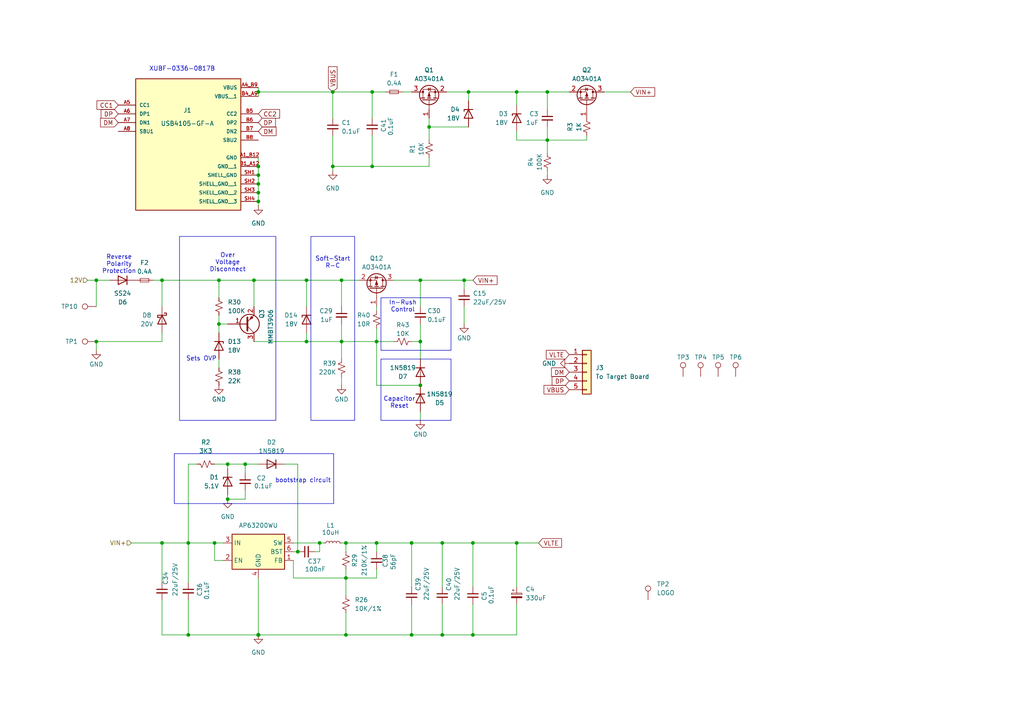
<source format=kicad_sch>
(kicad_sch (version 20231120) (generator "eeschema") (generator_version "8.0")
  (paper "A4")
  (lib_symbols
    (symbol "Connector:TestPoint" (pin_numbers hide) (pin_names (offset 0.762) hide)
      (property "Reference" "TP" (at 0 6.858 0))
      (property "Value" "TestPoint" (at 0 5.08 0))
      (symbol "TestPoint_0_1"
        (circle (center 0 3.302) (radius 0.762))
      )
      (symbol "TestPoint_1_1"
        (pin passive line (at 0 0 90) (length 2.54) (name "1") (number "1"))
      )
    )
    (symbol "Connector_Generic:Conn_01x05" (pin_names (offset 1.016) hide)
      (property "Reference" "J" (at 0 7.62 0))
      (property "Value" "Conn_01x05" (at 0 -7.62 0))
      (symbol "Conn_01x05_1_1"
        (rectangle (start -1.27 -4.953) (end 0 -5.207) (stroke (width 0.1524)))
        (rectangle (start -1.27 -2.413) (end 0 -2.667) (stroke (width 0.1524)))
        (rectangle (start -1.27 0.127) (end 0 -0.127) (stroke (width 0.1524)))
        (rectangle (start -1.27 2.667) (end 0 2.413) (stroke (width 0.1524)))
        (rectangle (start -1.27 5.207) (end 0 4.953) (stroke (width 0.1524)))
        (rectangle (start -1.27 6.35) (end 1.27 -6.35) (stroke (width 0.254)) (fill (type background)))
        (pin passive line (at -5.08 5.08 0) (length 3.81) (name "Pin_1") (number "1"))
        (pin passive line (at -5.08 2.54 0) (length 3.81) (name "Pin_2") (number "2"))
        (pin passive line (at -5.08 0 0) (length 3.81) (name "Pin_3") (number "3"))
        (pin passive line (at -5.08 -2.54 0) (length 3.81) (name "Pin_4") (number "4"))
        (pin passive line (at -5.08 -5.08 0) (length 3.81) (name "Pin_5") (number "5"))
      )
    )
    (symbol "Device:C_Polarized_Small" (pin_numbers hide) (pin_names (offset 0.254) hide)
      (property "Reference" "C" (at 0.254 1.778 0))
      (property "Value" "C_Polarized_Small" (at 0.254 -2.032 0))
      (symbol "C_Polarized_Small_0_1"
        (rectangle (start -1.524 -0.3048) (end 1.524 -0.6858) (fill (type outline)))
        (rectangle (start -1.524 0.6858) (end 1.524 0.3048))
        (polyline (pts (xy -1.27 1.524) (xy -0.762 1.524)))
        (polyline (pts (xy -1.016 1.27) (xy -1.016 1.778)))
      )
      (symbol "C_Polarized_Small_1_1"
        (pin passive line (at 0 2.54 270) (length 1.8542) (name "~") (number "1"))
        (pin passive line (at 0 -2.54 90) (length 1.8542) (name "~") (number "2"))
      )
    )
    (symbol "Device:C_Small" (pin_numbers hide) (pin_names (offset 0.254) hide)
      (property "Reference" "C" (at 0.254 1.778 0))
      (property "Value" "C_Small" (at 0.254 -2.032 0))
      (symbol "C_Small_0_1"
        (polyline (pts (xy -1.524 -0.508) (xy 1.524 -0.508)) (stroke (width 0.3302)))
        (polyline (pts (xy -1.524 0.508) (xy 1.524 0.508)) (stroke (width 0.3048)))
      )
      (symbol "C_Small_1_1"
        (pin passive line (at 0 2.54 270) (length 2.032) (name "~") (number "1"))
        (pin passive line (at 0 -2.54 90) (length 2.032) (name "~") (number "2"))
      )
    )
    (symbol "Device:D" (pin_numbers hide) (pin_names (offset 1.016) hide)
      (property "Reference" "D" (at 0 2.54 0))
      (property "Value" "D" (at 0 -2.54 0))
      (symbol "D_0_1"
        (polyline (pts (xy -1.27 1.27) (xy -1.27 -1.27)) (stroke (width 0.254)))
        (polyline (pts (xy 1.27 0) (xy -1.27 0)))
        (polyline (pts (xy 1.27 1.27) (xy 1.27 -1.27) (xy -1.27 0) (xy 1.27 1.27)) (stroke (width 0.254)))
      )
      (symbol "D_1_1"
        (pin passive line (at -3.81 0 0) (length 2.54) (name "K") (number "1"))
        (pin passive line (at 3.81 0 180) (length 2.54) (name "A") (number "2"))
      )
    )
    (symbol "Device:Fuse_Small" (pin_numbers hide) (pin_names (offset 0.254) hide)
      (property "Reference" "F" (at 0 -1.524 0))
      (property "Value" "Fuse_Small" (at 0 1.524 0))
      (symbol "Fuse_Small_0_1"
        (rectangle (start -1.27 0.508) (end 1.27 -0.508))
        (polyline (pts (xy -1.27 0) (xy 1.27 0)))
      )
      (symbol "Fuse_Small_1_1"
        (pin passive line (at -2.54 0 0) (length 1.27) (name "~") (number "1"))
        (pin passive line (at 2.54 0 180) (length 1.27) (name "~") (number "2"))
      )
    )
    (symbol "Device:L_Small" (pin_numbers hide) (pin_names (offset 0.254) hide)
      (property "Reference" "L" (at 0.762 1.016 0))
      (property "Value" "L_Small" (at 0.762 -1.016 0))
      (symbol "L_Small_0_1"
        (arc (start 0 -1.016) (mid -0.5058 -1.524) (end 0 -2.032))
        (arc (start 0 0) (mid -0.5058 -0.508) (end 0 -1.016))
        (arc (start 0 1.016) (mid -0.5058 0.508) (end 0 0))
        (arc (start 0 2.032) (mid -0.5058 1.524) (end 0 1.016))
      )
      (symbol "L_Small_1_1"
        (pin passive line (at 0 2.54 270) (length 0.508) (name "~") (number "1"))
        (pin passive line (at 0 -2.54 90) (length 0.508) (name "~") (number "2"))
      )
    )
    (symbol "Device:R_Small_US" (pin_numbers hide) (pin_names (offset 0.254) hide)
      (property "Reference" "R" (at 0.762 0.508 0))
      (property "Value" "R_Small_US" (at 0.762 -1.016 0))
      (symbol "R_Small_US_1_1"
        (polyline (pts (xy 0 0) (xy 1.016 -0.381) (xy 0 -0.762) (xy -1.016 -1.143) (xy 0 -1.524)))
        (polyline (pts (xy 0 1.524) (xy 1.016 1.143) (xy 0 0.762) (xy -1.016 0.381) (xy 0 0)))
        (pin passive line (at 0 2.54 270) (length 1.016) (name "~") (number "1"))
        (pin passive line (at 0 -2.54 90) (length 1.016) (name "~") (number "2"))
      )
    )
    (symbol "Diode:1N6858" (pin_numbers hide) (pin_names (offset 1.016) hide)
      (property "Reference" "D" (at 0 2.54 0))
      (property "Value" "1N6858" (at 0 -2.54 0))
      (symbol "1N6858_0_1"
        (polyline (pts (xy 1.27 0) (xy -1.27 0)))
        (polyline (pts (xy 1.27 1.27) (xy 1.27 -1.27) (xy -1.27 0) (xy 1.27 1.27)) (stroke (width 0.254)))
        (polyline (pts (xy -1.905 0.635) (xy -1.905 1.27) (xy -1.27 1.27) (xy -1.27 -1.27) (xy -0.635 -1.27) (xy -0.635 -0.635)) (stroke (width 0.254)))
      )
      (symbol "1N6858_1_1"
        (pin passive line (at -3.81 0 0) (length 2.54) (name "K") (number "1"))
        (pin passive line (at 3.81 0 180) (length 2.54) (name "A") (number "2"))
      )
    )
    (symbol "Diode:BZV55C18" (pin_numbers hide) (pin_names hide)
      (property "Reference" "D" (at 0 2.54 0))
      (property "Value" "BZV55C18" (at 0 -2.54 0))
      (symbol "BZV55C18_0_1"
        (polyline (pts (xy 1.27 0) (xy -1.27 0)))
        (polyline (pts (xy -1.27 -1.27) (xy -1.27 1.27) (xy -0.762 1.27)) (stroke (width 0.254)))
        (polyline (pts (xy 1.27 -1.27) (xy 1.27 1.27) (xy -1.27 0) (xy 1.27 -1.27)) (stroke (width 0.254)))
      )
      (symbol "BZV55C18_1_1"
        (pin passive line (at -3.81 0 0) (length 2.54) (name "K") (number "1"))
        (pin passive line (at 3.81 0 180) (length 2.54) (name "A") (number "2"))
      )
    )
    (symbol "Diode:US1M" (pin_numbers hide) (pin_names hide)
      (property "Reference" "D" (at 0 2.54 0))
      (property "Value" "US1M" (at 0 -2.54 0))
      (symbol "US1M_0_1"
        (polyline (pts (xy -1.27 1.27) (xy -1.27 -1.27)) (stroke (width 0.254)))
        (polyline (pts (xy 1.27 0) (xy -1.27 0)))
        (polyline (pts (xy 1.27 1.27) (xy 1.27 -1.27) (xy -1.27 0) (xy 1.27 1.27)) (stroke (width 0.254)))
      )
      (symbol "US1M_1_1"
        (pin passive line (at -3.81 0 0) (length 2.54) (name "K") (number "1"))
        (pin passive line (at 3.81 0 180) (length 2.54) (name "A") (number "2"))
      )
    )
    (symbol "Regulator_Switching:AP63200WU"
      (property "Reference" "U" (at -7.62 6.35 0))
      (property "Value" "AP63200WU" (at 2.54 6.35 0))
      (symbol "AP63200WU_0_1"
        (rectangle (start -7.62 5.08) (end 7.62 -5.08) (stroke (width 0.254)) (fill (type background)))
      )
      (symbol "AP63200WU_1_1"
        (pin input line (at 10.16 -2.54 180) (length 2.54) (name "FB") (number "1"))
        (pin input line (at -10.16 -2.54 0) (length 2.54) (name "EN") (number "2"))
        (pin power_in line (at -10.16 2.54 0) (length 2.54) (name "IN") (number "3"))
        (pin power_in line (at 0 -7.62 90) (length 2.54) (name "GND") (number "4"))
        (pin output line (at 10.16 2.54 180) (length 2.54) (name "SW") (number "5"))
        (pin passive line (at 10.16 0 180) (length 2.54) (name "BST") (number "6"))
      )
    )
    (symbol "Transistor_BJT:MMBT3906" (pin_names (offset 0) hide)
      (property "Reference" "Q" (at 5.08 1.905 0))
      (property "Value" "MMBT3906" (at 5.08 0 0))
      (symbol "MMBT3906_0_1"
        (polyline (pts (xy 0.635 0.635) (xy 2.54 2.54)))
        (polyline (pts (xy 0.635 -0.635) (xy 2.54 -2.54) (xy 2.54 -2.54)))
        (polyline (pts (xy 0.635 1.905) (xy 0.635 -1.905) (xy 0.635 -1.905)) (stroke (width 0.508)))
        (polyline (pts (xy 2.286 -1.778) (xy 1.778 -2.286) (xy 1.27 -1.27) (xy 2.286 -1.778) (xy 2.286 -1.778)) (fill (type outline)))
        (circle (center 1.27 0) (radius 2.8194) (stroke (width 0.254)))
      )
      (symbol "MMBT3906_1_1"
        (pin input line (at -5.08 0 0) (length 5.715) (name "B") (number "1"))
        (pin passive line (at 2.54 -5.08 90) (length 2.54) (name "E") (number "2"))
        (pin passive line (at 2.54 5.08 270) (length 2.54) (name "C") (number "3"))
      )
    )
    (symbol "Transistor_FET:AO3401A" (pin_names hide)
      (property "Reference" "Q" (at 5.08 1.905 0))
      (property "Value" "AO3401A" (at 5.08 0 0))
      (symbol "AO3401A_0_1"
        (polyline (pts (xy 0.254 0) (xy -2.54 0)))
        (polyline (pts (xy 0.254 1.905) (xy 0.254 -1.905)) (stroke (width 0.254)))
        (polyline (pts (xy 0.762 -1.27) (xy 0.762 -2.286)) (stroke (width 0.254)))
        (polyline (pts (xy 0.762 0.508) (xy 0.762 -0.508)) (stroke (width 0.254)))
        (polyline (pts (xy 0.762 2.286) (xy 0.762 1.27)) (stroke (width 0.254)))
        (polyline (pts (xy 2.54 2.54) (xy 2.54 1.778)))
        (polyline (pts (xy 2.54 -2.54) (xy 2.54 0) (xy 0.762 0)))
        (polyline (pts (xy 0.762 1.778) (xy 3.302 1.778) (xy 3.302 -1.778) (xy 0.762 -1.778)))
        (polyline (pts (xy 2.286 0) (xy 1.27 0.381) (xy 1.27 -0.381) (xy 2.286 0)) (fill (type outline)))
        (polyline (pts (xy 2.794 -0.508) (xy 2.921 -0.381) (xy 3.683 -0.381) (xy 3.81 -0.254)))
        (polyline (pts (xy 3.302 -0.381) (xy 2.921 0.254) (xy 3.683 0.254) (xy 3.302 -0.381)))
        (circle (center 1.651 0) (radius 2.794) (stroke (width 0.254)))
        (circle (center 2.54 -1.778) (radius 0.254) (fill (type outline)))
        (circle (center 2.54 1.778) (radius 0.254) (fill (type outline)))
      )
      (symbol "AO3401A_1_1"
        (pin input line (at -5.08 0 0) (length 2.54) (name "G") (number "1"))
        (pin passive line (at 2.54 -5.08 90) (length 2.54) (name "S") (number "2"))
        (pin passive line (at 2.54 5.08 270) (length 2.54) (name "D") (number "3"))
      )
    )
    (symbol "USB4105-GF-A:USB4105-GF-A" (pin_names (offset 1.016))
      (property "Reference" "J" (at -15.24 13.97 0))
      (property "Value" "USB4105-GF-A" (at -15.24 -27.94 0))
      (symbol "USB4105-GF-A_0_0"
        (rectangle (start -15.24 -25.4) (end 15.24 12.7) (stroke (width 0.254)) (fill (type background)))
        (pin power_in line (at 20.32 -10.16 180) (length 5.08) (name "GND") (number "A1_B12"))
        (pin power_in line (at 20.32 10.16 180) (length 5.08) (name "VBUS") (number "A4_B9"))
        (pin bidirectional line (at -20.32 5.08 0) (length 5.08) (name "CC1") (number "A5"))
        (pin bidirectional line (at -20.32 2.54 0) (length 5.08) (name "DP1") (number "A6"))
        (pin bidirectional line (at -20.32 0 0) (length 5.08) (name "DN1") (number "A7"))
        (pin bidirectional line (at -20.32 -2.54 0) (length 5.08) (name "SBU1") (number "A8"))
        (pin power_in line (at 20.32 -12.7 180) (length 5.08) (name "GND__1") (number "B1_A12"))
        (pin power_in line (at 20.32 7.62 180) (length 5.08) (name "VBUS__1") (number "B4_A9"))
        (pin bidirectional line (at 20.32 2.54 180) (length 5.08) (name "CC2") (number "B5"))
        (pin bidirectional line (at 20.32 0 180) (length 5.08) (name "DP2") (number "B6"))
        (pin bidirectional line (at 20.32 -2.54 180) (length 5.08) (name "DN2") (number "B7"))
        (pin bidirectional line (at 20.32 -5.08 180) (length 5.08) (name "SBU2") (number "B8"))
        (pin power_in line (at 20.32 -15.24 180) (length 5.08) (name "SHELL_GND") (number "SH1"))
        (pin power_in line (at 20.32 -17.78 180) (length 5.08) (name "SHELL_GND__1") (number "SH2"))
        (pin power_in line (at 20.32 -20.32 180) (length 5.08) (name "SHELL_GND__2") (number "SH3"))
        (pin power_in line (at 20.32 -22.86 180) (length 5.08) (name "SHELL_GND__3") (number "SH4"))
      )
    )
    (symbol "power:GND" (power) (pin_numbers hide) (pin_names (offset 0) hide)
      (property "Value" "GND" (at 0 -3.81 0))
      (symbol "GND_0_1"
        (polyline (pts (xy 0 0) (xy 0 -1.27) (xy 1.27 -1.27) (xy 0 -2.54) (xy -1.27 -1.27) (xy 0 -1.27)))
      )
      (symbol "GND_1_1"
        (pin power_in line (at 0 0 270) (length 0) (name "~") (number "1"))
      )
    )
  )
  (junction (at 121.92 111.76))
  (junction (at 99.06 81.28))
  (junction (at 119.38 157.48))
  (junction (at 96.52 48.26))
  (junction (at 71.12 134.62))
  (junction (at 74.93 50.8))
  (junction (at 54.61 184.15))
  (junction (at 121.92 99.06))
  (junction (at 137.16 184.15))
  (junction (at 86.36 160.02))
  (junction (at 27.94 81.28))
  (junction (at 109.22 99.06))
  (junction (at 74.93 26.67))
  (junction (at 74.93 55.88))
  (junction (at 46.99 157.48))
  (junction (at 96.52 26.67))
  (junction (at 149.86 26.67))
  (junction (at 74.93 58.42))
  (junction (at 100.33 184.15))
  (junction (at 121.92 81.28))
  (junction (at 73.66 81.28))
  (junction (at 63.5 93.98))
  (junction (at 128.27 157.48))
  (junction (at 54.61 157.48))
  (junction (at 158.75 40.64))
  (junction (at 124.46 36.83))
  (junction (at 74.93 184.15) (diameter 1.016))
  (junction (at 88.9 81.28))
  (junction (at 100.33 157.48))
  (junction (at 66.04 144.78))
  (junction (at 88.9 99.06))
  (junction (at 158.75 26.67))
  (junction (at 74.93 48.26))
  (junction (at 27.94 99.06))
  (junction (at 149.86 157.48))
  (junction (at 99.06 99.06))
  (junction (at 137.16 157.48))
  (junction (at 66.04 134.62))
  (junction (at 92.71 157.48))
  (junction (at 135.89 26.67))
  (junction (at 62.23 157.48))
  (junction (at 109.22 157.48))
  (junction (at 100.33 167.64))
  (junction (at 119.38 184.15))
  (junction (at 46.99 81.28))
  (junction (at 134.62 81.28))
  (junction (at 107.95 48.26))
  (junction (at 63.5 81.28))
  (junction (at 74.93 53.34))
  (junction (at 107.95 26.67))
  (junction (at 128.27 184.15))
  (wire (pts (xy 109.22 157.48) (xy 109.22 160.02)))
  (wire (pts (xy 71.12 142.24) (xy 71.12 144.78)))
  (wire (pts (xy 71.12 134.62) (xy 66.04 134.62)))
  (wire (pts (xy 135.89 26.67) (xy 135.89 29.21)))
  (wire (pts (xy 91.44 160.02) (xy 92.71 160.02)))
  (wire (pts (xy 54.61 157.48) (xy 62.23 157.48)))
  (wire (pts (xy 44.45 81.28) (xy 46.99 81.28)))
  (wire (pts (xy 46.99 81.28) (xy 63.5 81.28)))
  (wire (pts (xy 71.12 134.62) (xy 71.12 137.16)))
  (wire (pts (xy 74.93 134.62) (xy 71.12 134.62)))
  (wire (pts (xy 74.93 26.67) (xy 96.52 26.67)))
  (wire (pts (xy 74.93 55.88) (xy 74.93 58.42)))
  (wire (pts (xy 134.62 88.9) (xy 134.62 93.98)))
  (wire (pts (xy 119.38 170.18) (xy 119.38 157.48)))
  (wire (pts (xy 121.92 99.06) (xy 119.38 99.06)))
  (wire (pts (xy 119.38 175.26) (xy 119.38 184.15)))
  (wire (pts (xy 74.93 25.4) (xy 74.93 26.67)))
  (wire (pts (xy 149.86 175.26) (xy 149.86 184.15)))
  (wire (pts (xy 124.46 36.83) (xy 124.46 40.64)))
  (wire (pts (xy 107.95 48.26) (xy 96.52 48.26)))
  (wire (pts (xy 86.36 134.62) (xy 82.55 134.62)))
  (wire (pts (xy 54.61 134.62) (xy 54.61 157.48)))
  (wire (pts (xy 149.86 184.15) (xy 137.16 184.15)))
  (wire (pts (xy 158.75 40.64) (xy 170.18 40.64)))
  (wire (pts (xy 74.93 45.72) (xy 74.93 48.26)))
  (wire (pts (xy 88.9 96.52) (xy 88.9 99.06)))
  (wire (pts (xy 96.52 48.26) (xy 96.52 49.53)))
  (wire (pts (xy 149.86 26.67) (xy 149.86 30.48)))
  (wire (pts (xy 158.75 26.67) (xy 158.75 31.75)))
  (wire (pts (xy 54.61 157.48) (xy 54.61 168.91)))
  (wire (pts (xy 27.94 99.06) (xy 27.94 101.6)))
  (wire (pts (xy 121.92 88.9) (xy 121.92 81.28)))
  (wire (pts (xy 73.66 81.28) (xy 63.5 81.28)))
  (wire (pts (xy 100.33 167.64) (xy 109.22 167.64)))
  (wire (pts (xy 107.95 26.67) (xy 111.76 26.67)))
  (wire (pts (xy 100.33 177.8) (xy 100.33 184.15)))
  (wire (pts (xy 62.23 162.56) (xy 62.23 157.48)))
  (wire (pts (xy 46.99 173.99) (xy 46.99 184.15)))
  (wire (pts (xy 109.22 111.76) (xy 109.22 99.06)))
  (wire (pts (xy 158.75 36.83) (xy 158.75 40.64)))
  (wire (pts (xy 128.27 175.26) (xy 128.27 184.15)))
  (wire (pts (xy 137.16 157.48) (xy 149.86 157.48)))
  (wire (pts (xy 74.93 58.42) (xy 74.93 59.69)))
  (wire (pts (xy 99.06 99.06) (xy 109.22 99.06)))
  (wire (pts (xy 85.09 162.56) (xy 85.09 167.64)))
  (wire (pts (xy 25.4 81.28) (xy 27.94 81.28)))
  (wire (pts (xy 86.36 134.62) (xy 86.36 160.02)))
  (wire (pts (xy 149.86 157.48) (xy 156.21 157.48)))
  (wire (pts (xy 88.9 81.28) (xy 99.06 81.28)))
  (wire (pts (xy 46.99 157.48) (xy 46.99 168.91)))
  (wire (pts (xy 63.5 91.44) (xy 63.5 93.98)))
  (wire (pts (xy 135.89 26.67) (xy 129.54 26.67)))
  (wire (pts (xy 88.9 88.9) (xy 88.9 81.28)))
  (wire (pts (xy 135.89 36.83) (xy 124.46 36.83)))
  (wire (pts (xy 74.93 26.67) (xy 74.93 27.94)))
  (wire (pts (xy 137.16 157.48) (xy 137.16 170.18)))
  (wire (pts (xy 85.09 157.48) (xy 92.71 157.48)))
  (wire (pts (xy 121.92 99.06) (xy 121.92 104.14)))
  (wire (pts (xy 124.46 34.29) (xy 124.46 36.83)))
  (wire (pts (xy 64.77 162.56) (xy 62.23 162.56)))
  (wire (pts (xy 149.86 170.18) (xy 149.86 157.48)))
  (wire (pts (xy 109.22 95.25) (xy 109.22 99.06)))
  (wire (pts (xy 107.95 39.37) (xy 107.95 48.26)))
  (wire (pts (xy 128.27 157.48) (xy 128.27 170.18)))
  (wire (pts (xy 121.92 119.38) (xy 121.92 121.92)))
  (wire (pts (xy 99.06 99.06) (xy 99.06 104.14)))
  (wire (pts (xy 73.66 99.06) (xy 88.9 99.06)))
  (wire (pts (xy 100.33 184.15) (xy 119.38 184.15)))
  (wire (pts (xy 63.5 81.28) (xy 63.5 86.36)))
  (wire (pts (xy 109.22 157.48) (xy 119.38 157.48)))
  (wire (pts (xy 99.06 93.98) (xy 99.06 99.06)))
  (wire (pts (xy 46.99 81.28) (xy 46.99 88.9)))
  (wire (pts (xy 100.33 157.48) (xy 109.22 157.48)))
  (wire (pts (xy 99.06 109.22) (xy 99.06 111.76)))
  (wire (pts (xy 100.33 172.72) (xy 100.33 167.64)))
  (wire (pts (xy 27.94 81.28) (xy 31.75 81.28)))
  (wire (pts (xy 74.93 53.34) (xy 74.93 55.88)))
  (wire (pts (xy 63.5 93.98) (xy 63.5 96.52)))
  (wire (pts (xy 149.86 40.64) (xy 158.75 40.64)))
  (wire (pts (xy 73.66 81.28) (xy 88.9 81.28)))
  (wire (pts (xy 100.33 167.64) (xy 100.33 165.1)))
  (wire (pts (xy 46.99 157.48) (xy 54.61 157.48)))
  (wire (pts (xy 54.61 184.15) (xy 74.93 184.15)))
  (wire (pts (xy 71.12 144.78) (xy 66.04 144.78)))
  (wire (pts (xy 96.52 26.67) (xy 96.52 34.29)))
  (wire (pts (xy 46.99 99.06) (xy 27.94 99.06)))
  (wire (pts (xy 149.86 26.67) (xy 135.89 26.67)))
  (wire (pts (xy 62.23 157.48) (xy 64.77 157.48)))
  (wire (pts (xy 74.93 167.64) (xy 74.93 184.15)))
  (wire (pts (xy 109.22 90.17) (xy 109.22 88.9)))
  (wire (pts (xy 96.52 26.67) (xy 107.95 26.67)))
  (wire (pts (xy 134.62 81.28) (xy 137.16 81.28)))
  (wire (pts (xy 38.1 157.48) (xy 46.99 157.48)))
  (wire (pts (xy 137.16 184.15) (xy 128.27 184.15)))
  (wire (pts (xy 74.93 50.8) (xy 74.93 53.34)))
  (wire (pts (xy 109.22 111.76) (xy 121.92 111.76)))
  (wire (pts (xy 158.75 40.64) (xy 158.75 44.45)))
  (wire (pts (xy 149.86 38.1) (xy 149.86 40.64)))
  (wire (pts (xy 57.15 134.62) (xy 54.61 134.62)))
  (wire (pts (xy 137.16 175.26) (xy 137.16 184.15)))
  (wire (pts (xy 124.46 45.72) (xy 124.46 48.26)))
  (wire (pts (xy 121.92 93.98) (xy 121.92 99.06)))
  (wire (pts (xy 119.38 184.15) (xy 128.27 184.15)))
  (wire (pts (xy 100.33 167.64) (xy 85.09 167.64)))
  (wire (pts (xy 137.16 157.48) (xy 128.27 157.48)))
  (wire (pts (xy 74.93 184.15) (xy 100.33 184.15)))
  (wire (pts (xy 73.66 88.9) (xy 73.66 81.28)))
  (wire (pts (xy 121.92 81.28) (xy 134.62 81.28)))
  (wire (pts (xy 158.75 26.67) (xy 149.86 26.67)))
  (wire (pts (xy 88.9 99.06) (xy 99.06 99.06)))
  (wire (pts (xy 119.38 157.48) (xy 128.27 157.48)))
  (wire (pts (xy 99.06 81.28) (xy 104.14 81.28)))
  (wire (pts (xy 74.93 48.26) (xy 74.93 50.8)))
  (wire (pts (xy 27.94 81.28) (xy 27.94 88.9)))
  (wire (pts (xy 182.88 26.67) (xy 175.26 26.67)))
  (wire (pts (xy 107.95 26.67) (xy 107.95 34.29)))
  (wire (pts (xy 99.06 81.28) (xy 99.06 88.9)))
  (wire (pts (xy 100.33 160.02) (xy 100.33 157.48)))
  (wire (pts (xy 134.62 81.28) (xy 134.62 83.82)))
  (wire (pts (xy 54.61 173.99) (xy 54.61 184.15)))
  (wire (pts (xy 92.71 157.48) (xy 92.71 160.02)))
  (wire (pts (xy 92.71 157.48) (xy 93.98 157.48)))
  (wire (pts (xy 46.99 184.15) (xy 54.61 184.15)))
  (wire (pts (xy 63.5 104.14) (xy 63.5 106.68)))
  (wire (pts (xy 96.52 39.37) (xy 96.52 48.26)))
  (wire (pts (xy 66.04 134.62) (xy 66.04 135.89)))
  (wire (pts (xy 46.99 96.52) (xy 46.99 99.06)))
  (wire (pts (xy 114.3 81.28) (xy 121.92 81.28)))
  (wire (pts (xy 165.1 26.67) (xy 158.75 26.67)))
  (wire (pts (xy 170.18 39.37) (xy 170.18 40.64)))
  (wire (pts (xy 99.06 157.48) (xy 100.33 157.48)))
  (wire (pts (xy 66.04 134.62) (xy 62.23 134.62)))
  (wire (pts (xy 109.22 99.06) (xy 114.3 99.06)))
  (wire (pts (xy 116.84 26.67) (xy 119.38 26.67)))
  (wire (pts (xy 124.46 48.26) (xy 107.95 48.26)))
  (wire (pts (xy 66.04 143.51) (xy 66.04 144.78)))
  (wire (pts (xy 109.22 165.1) (xy 109.22 167.64)))
  (wire (pts (xy 85.09 160.02) (xy 86.36 160.02)))
  (wire (pts (xy 158.75 49.53) (xy 158.75 50.8)))
  (wire (pts (xy 63.5 93.98) (xy 66.04 93.98)))
  (rectangle (start 110.49 104.14) (end 130.81 121.92))
  (rectangle (start 50.546 131.572) (end 96.774 146.05))
  (rectangle (start 110.49 86.36) (end 130.81 101.6))
  (rectangle (start 90.17 68.58) (end 102.87 121.92))
  (rectangle (start 52.07 68.58) (end 80.01 121.92))
  (text "Sets OVP" (at 58.42 104.14 0) (effects (font (size 1.27 1.27))))
  (text "Capacitor\nReset" (at 115.824 116.84 0) (effects (font (size 1.27 1.27))))
  (text "Soft-Start\nR-C" (at 96.52 76.2 0) (effects (font (size 1.27 1.27))))
  (text "bootstrap circuit" (at 87.884 139.446 0) (effects (font (size 1.27 1.27))))
  (text "Reverse\nPolarity\nProtection" (at 34.544 76.708 0) (effects (font (size 1.27 1.27))))
  (text "XUBF-0336-0817B" (at 52.832 20.066 0) (effects (font (size 1.27 1.27))))
  (text "Over\nVoltage\nDisconnect" (at 66.04 76.2 0) (effects (font (size 1.27 1.27))))
  (text "In-Rush\nControl" (at 116.84 88.9 0) (effects (font (size 1.27 1.27))))
  (global_label "CC1" (shape input) (at 34.29 30.48 180) (property "Intersheetrefs" "${INTERSHEET_REFS}" (effects (hide yes))))
  (global_label "VIN+" (shape input) (at 137.16 81.28 0) (property "Intersheetrefs" "${INTERSHEET_REFS}" (effects (hide yes))))
  (global_label "CC2" (shape input) (at 74.93 33.02 0) (property "Intersheetrefs" "${INTERSHEET_REFS}" (effects (hide yes))))
  (global_label "VIN+" (shape input) (at 182.88 26.67 0) (property "Intersheetrefs" "${INTERSHEET_REFS}" (effects (hide yes))))
  (global_label "DM" (shape input) (at 165.1 107.95 180) (property "Intersheetrefs" "${INTERSHEET_REFS}" (effects (hide yes))))
  (global_label "VLTE" (shape input) (at 156.21 157.48 0) (property "Intersheetrefs" "${INTERSHEET_REFS}" (effects (hide yes))))
  (global_label "DP" (shape input) (at 34.29 33.02 180) (property "Intersheetrefs" "${INTERSHEET_REFS}" (effects (hide yes))))
  (global_label "DP" (shape input) (at 74.93 35.56 0) (property "Intersheetrefs" "${INTERSHEET_REFS}" (effects (hide yes))))
  (global_label "VBUS" (shape input) (at 96.52 26.67 90) (property "Intersheetrefs" "${INTERSHEET_REFS}" (effects (hide yes))))
  (global_label "DM" (shape input) (at 34.29 35.56 180) (property "Intersheetrefs" "${INTERSHEET_REFS}" (effects (hide yes))))
  (global_label "DM" (shape input) (at 74.93 38.1 0) (property "Intersheetrefs" "${INTERSHEET_REFS}" (effects (hide yes))))
  (global_label "VLTE" (shape input) (at 165.1 102.87 180) (property "Intersheetrefs" "${INTERSHEET_REFS}" (effects (hide yes))))
  (global_label "DP" (shape input) (at 165.1 110.49 180) (property "Intersheetrefs" "${INTERSHEET_REFS}" (effects (hide yes))))
  (global_label "VBUS" (shape input) (at 165.1 113.03 180) (property "Intersheetrefs" "${INTERSHEET_REFS}" (effects (hide yes))))
  (hierarchical_label "VIN+" (shape input) (at 38.1 157.48 180))
  (hierarchical_label "12V" (shape input) (at 25.4 81.28 180))
  (symbol (lib_id "Device:L_Small") (at 96.52 157.48 270) (unit 1)
    (property "Reference" "L1" (at 95.885 152.4 90))
    (property "Value" "10uH" (at 95.885 154.432 90))
    (property "Footprint" "Inductor_SMD:L_Sunlord_SWPA6028S" (effects (hide yes)))
    (property "Description" "FIXED IND 10UH 2.5A 61.1MOHM SMD" (effects (hide yes)))
    (property "Manufacturer P/N" "NRS8030T100MJGJ" (effects (hide yes)))
  )
  (symbol (lib_id "Device:D") (at 121.92 107.95 270) (unit 1)
    (property "Reference" "D7" (at 116.84 109.22 90))
    (property "Value" "1N5819" (at 116.84 106.68 90))
    (property "Footprint" "Diode_SMD:D_SOD-123" (effects (hide yes)))
    (property "Description" "1N5819HW-7-F" (effects (hide yes)))
    (property "Sim.Device" "D" (effects (hide yes)))
    (property "Sim.Pins" "1=K 2=A" (effects (hide yes)))
  )
  (symbol (lib_id "Connector:TestPoint") (at 27.94 99.06 90) (unit 1)
    (property "Reference" "TP1" (at 22.606 99.06 90) (effects (justify left)))
    (property "Value" "GND" (effects (hide yes)))
    (property "Footprint" "TestPoint:TestPoint_Pad_D4.0mm" (effects (hide yes)))
    (property "Description" "test point" (effects (hide yes)))
  )
  (symbol (lib_id "Device:C_Small") (at 134.62 86.36 0) (unit 1)
    (property "Reference" "C15" (at 137.16 85.0962 0) (effects (justify left)))
    (property "Value" "22uF/25V" (at 137.16 87.6362 0) (effects (justify left)))
    (property "Footprint" "Capacitor_SMD:C_0805_2012Metric" (effects (hide yes)))
    (property "Description" "Unpolarized capacitor, small symbol" (effects (hide yes)))
  )
  (symbol (lib_id "Regulator_Switching:AP63200WU") (at 74.93 160.02 0) (unit 1)
    (property "Reference" "U3" (effects (hide yes)))
    (property "Value" "AP63200WU" (at 74.93 152.4 0))
    (property "Footprint" "Package_TO_SOT_SMD:TSOT-23-6" (effects (hide yes)))
    (property "Datasheet" "https://www.diodes.com/assets/Datasheets/AP63200-AP63201-AP63203-AP63205.pdf" (effects (hide yes)))
    (property "Description" "2A, 500kHz Buck DC/DC Converter, adjustable output voltage, TSOT-23-6" (effects (hide yes)))
  )
  (symbol (lib_id "Device:C_Small") (at 109.22 162.56 0) (unit 1)
    (property "Reference" "C38" (at 111.76 164.592 90) (effects (justify left)))
    (property "Value" "56pF" (at 114.046 165.354 90) (effects (justify left)))
    (property "Footprint" "Capacitor_SMD:C_0402_1005Metric" (effects (hide yes)))
    (property "Description" "CAP CER 0.1UF 50V X7R" (effects (hide yes)))
    (property "IKY-MPN" "IKY-MA002" (effects (hide yes)))
    (property "Manufacturer P/N" "CL05B104KB5NNNC" (effects (hide yes)))
  )
  (symbol (lib_id "Device:R_Small_US") (at 109.22 92.71 0) (mirror x) (unit 1)
    (property "Reference" "R40" (at 107.442 91.44 0) (effects (justify right)))
    (property "Value" "10R" (at 107.442 93.98 0) (effects (justify right)))
    (property "Footprint" "Resistor_SMD:R_0603_1608Metric" (effects (hide yes)))
    (property "Description" "Resistor, small US symbol" (effects (hide yes)))
  )
  (symbol (lib_id "power:GND") (at 96.52 49.53 0) (unit 1)
    (property "Reference" "#PWR02" (effects (hide yes)))
    (property "Value" "GND" (at 96.52 54.61 0))
    (property "Description" "Power symbol creates a global label with name \"GND\" , ground" (effects (hide yes)))
  )
  (symbol (lib_id "power:GND") (at 165.1 105.41 270) (mirror x) (unit 1)
    (property "Reference" "#PWR03" (effects (hide yes)))
    (property "Value" "GND" (at 159.258 105.41 90))
    (property "Description" "Power symbol creates a global label with name \"GND\" , ground" (effects (hide yes)))
  )
  (symbol (lib_id "Device:C_Small") (at 99.06 91.44 0) (mirror y) (unit 1)
    (property "Reference" "C29" (at 96.52 90.1762 0) (effects (justify left)))
    (property "Value" "1uF" (at 96.52 92.7162 0) (effects (justify left)))
    (property "Footprint" "Capacitor_SMD:C_0603_1608Metric" (effects (hide yes)))
    (property "Description" "Unpolarized capacitor, small symbol" (effects (hide yes)))
  )
  (symbol (lib_id "Connector:TestPoint") (at 203.2 109.22 0) (unit 1)
    (property "Reference" "TP4" (at 201.422 103.632 0) (effects (justify left)))
    (property "Value" "TestPoint" (effects (hide yes)))
    (property "Footprint" "MountingHole:MountingHole_3mm_Pad" (effects (hide yes)))
    (property "Description" "test point" (effects (hide yes)))
  )
  (symbol (lib_id "Transistor_FET:AO3401A") (at 170.18 29.21 270) (mirror x) (unit 1)
    (property "Reference" "Q2" (at 170.18 20.32 90))
    (property "Value" "AO3401A" (at 170.18 22.86 90))
    (property "Footprint" "Package_TO_SOT_SMD:SOT-23" (effects (hide yes)))
    (property "Datasheet" "http://www.aosmd.com/pdfs/datasheet/AO3401A.pdf" (effects (hide yes)))
    (property "Description" "-4.0A Id, -30V Vds, P-Channel MOSFET, SOT-23" (effects (hide yes)))
  )
  (symbol (lib_id "Device:R_Small_US") (at 63.5 88.9 0) (unit 1)
    (property "Reference" "R30" (at 66.04 87.6299 0) (effects (justify left)))
    (property "Value" "100K" (at 66.04 90.1699 0) (effects (justify left)))
    (property "Footprint" "Resistor_SMD:R_0603_1608Metric" (effects (hide yes)))
    (property "Description" "Resistor, small US symbol" (effects (hide yes)))
  )
  (symbol (lib_id "Device:C_Small") (at 96.52 36.83 0) (unit 1)
    (property "Reference" "C1" (at 99.06 35.5662 0) (effects (justify left)))
    (property "Value" "0.1uF" (at 99.06 38.1062 0) (effects (justify left)))
    (property "Footprint" "Capacitor_SMD:C_0603_1608Metric" (effects (hide yes)))
    (property "Description" "Unpolarized capacitor, small symbol" (effects (hide yes)))
  )
  (symbol (lib_id "Device:R_Small_US") (at 59.69 134.62 270) (mirror x) (unit 1)
    (property "Reference" "R2" (at 59.69 128.27 90))
    (property "Value" "3K3" (at 59.69 130.81 90))
    (property "Footprint" "Resistor_SMD:R_0603_1608Metric" (effects (hide yes)))
    (property "Description" "Resistor, small US symbol" (effects (hide yes)))
  )
  (symbol (lib_id "Connector:TestPoint") (at 213.36 109.22 0) (unit 1)
    (property "Reference" "TP6" (at 211.582 103.632 0) (effects (justify left)))
    (property "Value" "TestPoint" (effects (hide yes)))
    (property "Footprint" "MountingHole:MountingHole_3mm_Pad" (effects (hide yes)))
    (property "Description" "test point" (effects (hide yes)))
  )
  (symbol (lib_id "Device:Fuse_Small") (at 114.3 26.67 0) (unit 1)
    (property "Reference" "F1" (at 114.3 21.59 0))
    (property "Value" "0.4A" (at 114.3 24.13 0))
    (property "Footprint" "Fuse:Fuse_1206_3216Metric" (effects (hide yes)))
    (property "Description" "Fuse, small symbol" (effects (hide yes)))
  )
  (symbol (lib_id "Connector_Generic:Conn_01x05") (at 170.18 107.95 0) (unit 1)
    (property "Reference" "J3" (at 172.72 106.6799 0) (effects (justify left)))
    (property "Value" "To Target Board" (at 172.72 109.2199 0) (effects (justify left)))
    (property "Footprint" "Connector_PinHeader_2.54mm:PinHeader_1x05_P2.54mm_Vertical" (effects (hide yes)))
    (property "Description" "Generic connector, single row, 01x05, script generated (kicad-library-utils/schlib/autogen/connector/)" (effects (hide yes)))
  )
  (symbol (lib_id "power:GND") (at 74.93 59.69 0) (unit 1)
    (property "Reference" "#PWR01" (effects (hide yes)))
    (property "Value" "GND" (at 74.93 64.77 0))
    (property "Description" "Power symbol creates a global label with name \"GND\" , ground" (effects (hide yes)))
  )
  (symbol (lib_id "Device:R_Small_US") (at 124.46 43.18 0) (unit 1)
    (property "Reference" "R1" (at 119.634 43.18 90))
    (property "Value" "10K" (at 122.174 43.18 90))
    (property "Footprint" "Resistor_SMD:R_0603_1608Metric" (effects (hide yes)))
    (property "Description" "Resistor, small US symbol" (effects (hide yes)))
  )
  (symbol (lib_id "Diode:BZV55C18") (at 135.89 33.02 90) (mirror x) (unit 1)
    (property "Reference" "D4" (at 133.35 31.7499 90) (effects (justify left)))
    (property "Value" "18V" (at 133.35 34.2899 90) (effects (justify left)))
    (property "Footprint" "Diode_SMD:D_SOD-323_HandSoldering" (effects (hide yes)))
    (property "Datasheet" "https://www.diodes.com/assets/Datasheets/ds18004.pdf" (effects (hide yes)))
    (property "Description" "DIODE ZENER 18V 500MW SOD123" (effects (hide yes)))
  )
  (symbol (lib_id "Device:R_Small_US") (at 99.06 106.68 0) (mirror x) (unit 1)
    (property "Reference" "R39" (at 97.536 105.41 0) (effects (justify right)))
    (property "Value" "220K" (at 97.536 107.95 0) (effects (justify right)))
    (property "Footprint" "Resistor_SMD:R_0603_1608Metric" (effects (hide yes)))
    (property "Description" "Resistor, small US symbol" (effects (hide yes)))
  )
  (symbol (lib_id "power:GND") (at 66.04 144.78 0) (unit 1)
    (property "Reference" "#PWR04" (effects (hide yes)))
    (property "Value" "GND" (at 66.04 149.86 0))
  )
  (symbol (lib_id "Diode:US1M") (at 35.56 81.28 0) (mirror y) (unit 1)
    (property "Reference" "D6" (at 35.56 87.63 0))
    (property "Value" "SS24" (at 35.56 85.09 0))
    (property "Footprint" "Diode_SMD:D_SMB" (effects (hide yes)))
    (property "Datasheet" "https://lcsc.com/datasheet/lcsc_datasheet_2410121628_GOODWORK-SS310-SMB_C2848692.pdf" (effects (hide yes)))
    (property "Description" "DIODE SCHOTTKY 100V 3A DO214AB" (effects (hide yes)))
    (property "Sim.Device" "D" (effects (hide yes)))
    (property "Sim.Pins" "1=K 2=A" (effects (hide yes)))
  )
  (symbol (lib_id "Device:R_Small_US") (at 100.33 175.26 0) (unit 1)
    (property "Reference" "R26" (at 102.87 173.9899 0) (effects (justify left)))
    (property "Value" "10K/1%" (at 102.87 176.5299 0) (effects (justify left)))
    (property "Footprint" "Resistor_SMD:R_0402_1005Metric" (effects (hide yes)))
    (property "Manufacturer P/N" "RC0402FR-0715KL" (effects (hide yes)))
  )
  (symbol (lib_id "Device:R_Small_US") (at 63.5 109.22 180) (unit 1)
    (property "Reference" "R38" (at 66.04 107.9499 0) (effects (justify right)))
    (property "Value" "22K" (at 66.04 110.4899 0) (effects (justify right)))
    (property "Footprint" "Resistor_SMD:R_0603_1608Metric" (effects (hide yes)))
    (property "Description" "Resistor, small US symbol" (effects (hide yes)))
  )
  (symbol (lib_id "Device:C_Small") (at 107.95 36.83 0) (unit 1)
    (property "Reference" "C41" (at 111.252 38.354 90) (effects (justify left)))
    (property "Value" "0.1uF" (at 113.284 39.37 90) (effects (justify left)))
    (property "Footprint" "Capacitor_SMD:C_0603_1608Metric" (effects (hide yes)))
  )
  (symbol (lib_id "Transistor_FET:AO3401A") (at 124.46 29.21 90) (unit 1)
    (property "Reference" "Q1" (at 124.46 20.32 90))
    (property "Value" "AO3401A" (at 124.46 22.86 90))
    (property "Footprint" "Package_TO_SOT_SMD:SOT-23" (effects (hide yes)))
    (property "Datasheet" "http://www.aosmd.com/pdfs/datasheet/AO3401A.pdf" (effects (hide yes)))
    (property "Description" "-4.0A Id, -30V Vds, P-Channel MOSFET, SOT-23" (effects (hide yes)))
  )
  (symbol (lib_id "Device:R_Small_US") (at 100.33 162.56 0) (unit 1)
    (property "Reference" "R29" (at 102.87 162.56 90))
    (property "Value" "210K/1%" (at 105.664 162.56 90))
    (property "Footprint" "Resistor_SMD:R_0402_1005Metric" (effects (hide yes)))
    (property "Manufacturer P/N" "RC0402FR-07210KL" (effects (hide yes)))
  )
  (symbol (lib_id "Connector:TestPoint") (at 208.28 109.22 0) (unit 1)
    (property "Reference" "TP5" (at 206.502 103.632 0) (effects (justify left)))
    (property "Value" "TestPoint" (effects (hide yes)))
    (property "Footprint" "MountingHole:MountingHole_3mm_Pad" (effects (hide yes)))
    (property "Description" "test point" (effects (hide yes)))
  )
  (symbol (lib_id "Device:C_Small") (at 46.99 171.45 0) (unit 1)
    (property "Reference" "C34" (at 48.006 169.672 90) (effects (justify left)))
    (property "Value" "22uF/25V" (at 50.8 172.974 90) (effects (justify left)))
    (property "Footprint" "Capacitor_SMD:C_0805_2012Metric" (effects (hide yes)))
    (property "Description" "CAP CER 22UF 25V X5R 0805" (effects (hide yes)))
    (property "Manufacturer P/N" "CL21A226MAYNNNE" (effects (hide yes)))
  )
  (symbol (lib_id "Device:C_Small") (at 121.92 91.44 0) (unit 1)
    (property "Reference" "C30" (at 123.952 90.17 0) (effects (justify left)))
    (property "Value" "0.1uF" (at 123.952 92.71 0) (effects (justify left)))
    (property "Footprint" "Capacitor_SMD:C_0603_1608Metric" (effects (hide yes)))
    (property "Description" "Unpolarized capacitor, small symbol" (effects (hide yes)))
  )
  (symbol (lib_id "Diode:1N6858") (at 46.99 92.71 270) (unit 1)
    (property "Reference" "D8" (at 43.942 91.44 90) (effects (justify right)))
    (property "Value" "20V" (at 44.45 93.98 90) (effects (justify right)))
    (property "Footprint" "Diode_SMD:D_SMB" (effects (hide yes)))
    (property "Description" "TVS DIODE 20V 32.4V SMA" (effects (hide yes)))
    (property "IKY-MPN" "IKY-CF002" (effects (hide yes)))
    (property "Manufacturer P/N" "SMAJ20CA" (effects (hide yes)))
  )
  (symbol (lib_id "Device:C_Small") (at 137.16 172.72 0) (unit 1)
    (property "Reference" "C5" (at 140.462 174.244 90) (effects (justify left)))
    (property "Value" "0.1uF" (at 142.494 175.26 90) (effects (justify left)))
    (property "Footprint" "Capacitor_SMD:C_0603_1608Metric" (effects (hide yes)))
  )
  (symbol (lib_id "Device:C_Small") (at 119.38 172.72 0) (unit 1)
    (property "Reference" "C39" (at 121.285 171.45 90) (effects (justify left)))
    (property "Value" "22uF/25V" (at 123.698 174.244 90) (effects (justify left)))
    (property "Footprint" "Capacitor_SMD:C_0805_2012Metric" (effects (hide yes)))
  )
  (symbol (lib_id "power:GND") (at 134.62 93.98 0) (mirror y) (unit 1)
    (property "Reference" "#PWR021" (effects (hide yes)))
    (property "Value" "GND" (at 134.62 98.044 0))
    (property "Description" "Power symbol creates a global label with name \"GND\" , ground" (effects (hide yes)))
  )
  (symbol (lib_id "Device:R_Small_US") (at 158.75 46.99 0) (unit 1)
    (property "Reference" "R4" (at 153.924 46.99 90))
    (property "Value" "100K" (at 156.464 46.99 90))
    (property "Footprint" "Resistor_SMD:R_0603_1608Metric" (effects (hide yes)))
    (property "Description" "Resistor, small US symbol" (effects (hide yes)))
  )
  (symbol (lib_id "Device:C_Polarized_Small") (at 149.86 172.72 0) (unit 1)
    (property "Reference" "C4" (at 152.4 170.9038 0) (effects (justify left)))
    (property "Value" "330uF" (at 152.4 173.4438 0) (effects (justify left)))
    (property "Footprint" "Capacitor_Tantalum_SMD:CP_EIA-7343-40_Kemet-Y_Pad2.25x2.55mm_HandSolder" (effects (hide yes)))
    (property "Description" "Polarized capacitor, small symbol" (effects (hide yes)))
  )
  (symbol (lib_id "power:GND") (at 99.06 111.76 0) (unit 1)
    (property "Reference" "#PWR019" (effects (hide yes)))
    (property "Value" "GND" (at 99.06 115.824 0))
    (property "Description" "Power symbol creates a global label with name \"GND\" , ground" (effects (hide yes)))
  )
  (symbol (lib_id "power:GND") (at 74.93 184.15 0) (unit 1)
    (property "Reference" "#PWR012" (effects (hide yes)))
    (property "Value" "GND" (at 74.93 189.23 0))
  )
  (symbol (lib_id "Device:R_Small_US") (at 116.84 99.06 270) (unit 1)
    (property "Reference" "R43" (at 116.84 94.234 90))
    (property "Value" "10K" (at 116.84 96.774 90))
    (property "Footprint" "Resistor_SMD:R_0603_1608Metric" (effects (hide yes)))
    (property "Description" "Resistor, small US symbol" (effects (hide yes)))
  )
  (symbol (lib_id "Device:D") (at 121.92 115.57 270) (unit 1)
    (property "Reference" "D5" (at 127.508 116.84 90))
    (property "Value" "1N5819" (at 127.508 114.3 90))
    (property "Footprint" "Diode_SMD:D_SOD-123" (effects (hide yes)))
    (property "Description" "1N5819HW-7-F" (effects (hide yes)))
    (property "Sim.Device" "D" (effects (hide yes)))
    (property "Sim.Pins" "1=K 2=A" (effects (hide yes)))
  )
  (symbol (lib_id "Diode:BZV55C18") (at 149.86 34.29 90) (mirror x) (unit 1)
    (property "Reference" "D3" (at 147.32 33.0199 90) (effects (justify left)))
    (property "Value" "18V" (at 147.32 35.5599 90) (effects (justify left)))
    (property "Footprint" "Diode_SMD:D_SOD-323_HandSoldering" (effects (hide yes)))
    (property "Datasheet" "https://www.diodes.com/assets/Datasheets/ds18004.pdf" (effects (hide yes)))
    (property "Description" "DIODE ZENER 18V 500MW SOD123" (effects (hide yes)))
  )
  (symbol (lib_id "power:GND") (at 121.92 121.92 0) (unit 1)
    (property "Reference" "#PWR020" (effects (hide yes)))
    (property "Value" "GND" (at 121.92 125.984 0))
    (property "Description" "Power symbol creates a global label with name \"GND\" , ground" (effects (hide yes)))
  )
  (symbol (lib_id "Device:C_Small") (at 158.75 34.29 0) (mirror y) (unit 1)
    (property "Reference" "C3" (at 156.21 33.0262 0) (effects (justify left)))
    (property "Value" "1uF" (at 156.21 35.5662 0) (effects (justify left)))
    (property "Footprint" "Capacitor_SMD:C_0603_1608Metric" (effects (hide yes)))
    (property "Description" "Unpolarized capacitor, small symbol" (effects (hide yes)))
  )
  (symbol (lib_id "Connector:TestPoint") (at 27.94 88.9 90) (unit 1)
    (property "Reference" "TP10" (at 22.606 88.9 90) (effects (justify left)))
    (property "Value" "VIN" (effects (hide yes)))
    (property "Footprint" "TestPoint:TestPoint_Pad_D4.0mm" (effects (hide yes)))
    (property "Description" "test point" (effects (hide yes)))
  )
  (symbol (lib_id "power:GND") (at 63.5 111.76 0) (unit 1)
    (property "Reference" "#PWR018" (effects (hide yes)))
    (property "Value" "GND" (at 63.5 115.824 0))
    (property "Description" "Power symbol creates a global label with name \"GND\" , ground" (effects (hide yes)))
  )
  (symbol (lib_id "Device:C_Small") (at 88.9 160.02 90) (unit 1)
    (property "Reference" "C37" (at 91.186 162.814 90))
    (property "Value" "100nF" (at 91.44 165.1 90))
    (property "Footprint" "Capacitor_SMD:C_0402_1005Metric" (effects (hide yes)))
    (property "Description" "CAP CER 0.1UF 50V X7R" (effects (hide yes)))
    (property "IKY-MPN" "IKY-MA002" (effects (hide yes)))
    (property "Manufacturer P/N" "CL05B104KB5NNNC" (effects (hide yes)))
  )
  (symbol (lib_id "Connector:TestPoint") (at 198.12 109.22 0) (unit 1)
    (property "Reference" "TP3" (at 196.342 103.632 0) (effects (justify left)))
    (property "Value" "TestPoint" (effects (hide yes)))
    (property "Footprint" "MountingHole:MountingHole_3mm_Pad" (effects (hide yes)))
    (property "Description" "test point" (effects (hide yes)))
  )
  (symbol (lib_id "Device:C_Small") (at 128.27 172.72 0) (unit 1)
    (property "Reference" "C40" (at 130.175 171.45 90) (effects (justify left)))
    (property "Value" "22uF/25V" (at 132.588 174.244 90) (effects (justify left)))
    (property "Footprint" "Capacitor_SMD:C_0805_2012Metric" (effects (hide yes)))
  )
  (symbol (lib_id "Device:D") (at 78.74 134.62 180) (unit 1)
    (property "Reference" "D2" (at 78.74 128.27 0))
    (property "Value" "1N5819" (at 78.74 130.81 0))
    (property "Footprint" "Diode_SMD:D_SOD-123" (effects (hide yes)))
    (property "Description" "1N5819HW-7-F" (effects (hide yes)))
    (property "Sim.Device" "D" (effects (hide yes)))
    (property "Sim.Pins" "1=K 2=A" (effects (hide yes)))
  )
  (symbol (lib_id "Transistor_FET:AO3401A") (at 109.22 83.82 270) (mirror x) (unit 1)
    (property "Reference" "Q12" (at 109.22 74.93 90))
    (property "Value" "AO3401A" (at 109.22 77.47 90))
    (property "Footprint" "Package_TO_SOT_SMD:SOT-23" (effects (hide yes)))
    (property "Datasheet" "http://www.aosmd.com/pdfs/datasheet/AO3401A.pdf" (effects (hide yes)))
    (property "Description" "-4.0A Id, -30V Vds, P-Channel MOSFET, SOT-23" (effects (hide yes)))
  )
  (symbol (lib_id "Diode:BZV55C18") (at 66.04 139.7 90) (mirror x) (unit 1)
    (property "Reference" "D1" (at 63.5 138.4299 90) (effects (justify left)))
    (property "Value" "5.1V" (at 63.5 140.9699 90) (effects (justify left)))
    (property "Footprint" "Diode_SMD:D_SOD-323_HandSoldering" (effects (hide yes)))
    (property "Datasheet" "https://www.diodes.com/assets/Datasheets/ds18004.pdf" (effects (hide yes)))
    (property "Description" "DIODE ZENER 18V 500MW SOD123" (effects (hide yes)))
  )
  (symbol (lib_id "Device:C_Small") (at 54.61 171.45 0) (unit 1)
    (property "Reference" "C36" (at 57.912 172.974 90) (effects (justify left)))
    (property "Value" "0.1uF" (at 59.944 173.99 90) (effects (justify left)))
    (property "Footprint" "Capacitor_SMD:C_0402_1005Metric" (effects (hide yes)))
  )
  (symbol (lib_id "Diode:BZV55C18") (at 88.9 92.71 90) (mirror x) (unit 1)
    (property "Reference" "D14" (at 86.36 91.4399 90) (effects (justify left)))
    (property "Value" "18V" (at 86.36 93.9799 90) (effects (justify left)))
    (property "Footprint" "Diode_SMD:D_SOD-323_HandSoldering" (effects (hide yes)))
    (property "Datasheet" "https://www.diodes.com/assets/Datasheets/ds18004.pdf" (effects (hide yes)))
    (property "Description" "DIODE ZENER 18V 500MW SOD123" (effects (hide yes)))
  )
  (symbol (lib_id "Transistor_BJT:MMBT3906") (at 71.12 93.98 0) (mirror x) (unit 1)
    (property "Reference" "Q3" (at 75.946 89.662 90) (effects (justify left)))
    (property "Value" "MMBT3906" (at 78.486 89.662 90) (effects (justify left)))
    (property "Footprint" "Package_TO_SOT_SMD:SOT-23" (effects (hide yes)))
    (property "Datasheet" "https://www.onsemi.com/pdf/datasheet/pzt3906-d.pdf" (effects (hide yes)))
    (property "Description" "-0.2A Ic, -40V Vce, Small Signal PNP Transistor, SOT-23" (effects (hide yes)))
  )
  (symbol (lib_id "power:GND") (at 27.94 101.6 0) (unit 1)
    (property "Reference" "#PWR016" (effects (hide yes)))
    (property "Value" "GND" (at 27.94 105.664 0))
    (property "Description" "Power symbol creates a global label with name \"GND\" , ground" (effects (hide yes)))
  )
  (symbol (lib_id "Diode:BZV55C18") (at 63.5 100.33 270) (unit 1)
    (property "Reference" "D13" (at 66.04 99.0599 90) (effects (justify left)))
    (property "Value" "18V" (at 66.04 101.5999 90) (effects (justify left)))
    (property "Footprint" "Diode_SMD:D_SOD-323_HandSoldering" (effects (hide yes)))
    (property "Datasheet" "https://www.diodes.com/assets/Datasheets/ds18004.pdf" (effects (hide yes)))
    (property "Description" "DIODE ZENER 18V 500MW SOD123" (effects (hide yes)))
  )
  (symbol (lib_id "Device:C_Small") (at 71.12 139.7 0) (unit 1)
    (property "Reference" "C2" (at 74.422 138.684 0) (effects (justify left)))
    (property "Value" "0.1uF" (at 73.66 140.97 0) (effects (justify left)))
    (property "Footprint" "Capacitor_SMD:C_0603_1608Metric" (effects (hide yes)))
  )
  (symbol (lib_id "Connector:TestPoint") (at 187.96 173.99 0) (unit 1)
    (property "Reference" "TP2" (at 190.5 169.4179 0) (effects (justify left)))
    (property "Value" "LOGO" (at 190.5 171.9579 0) (effects (justify left)))
    (property "Footprint" "haidv-library:LoGo12mm_NoText" (effects (hide yes)))
    (property "Description" "test point" (effects (hide yes)))
  )
  (symbol (lib_id "Device:R_Small_US") (at 170.18 36.83 0) (unit 1)
    (property "Reference" "R3" (at 165.354 36.83 90))
    (property "Value" "1K" (at 167.894 36.83 90))
    (property "Footprint" "Resistor_SMD:R_0603_1608Metric" (effects (hide yes)))
    (property "Description" "Resistor, small US symbol" (effects (hide yes)))
  )
  (symbol (lib_id "Device:Fuse_Small") (at 41.91 81.28 0) (unit 1)
    (property "Reference" "F2" (at 41.91 76.2 0))
    (property "Value" "0.4A" (at 41.91 78.74 0))
    (property "Footprint" "Fuse:Fuse_1206_3216Metric" (effects (hide yes)))
    (property "Description" "Fuse, small symbol" (effects (hide yes)))
  )
  (symbol (lib_id "USB4105-GF-A:USB4105-GF-A") (at 54.61 35.56 0) (unit 1)
    (property "Reference" "J1" (at 54.356 32.004 0))
    (property "Value" "USB4105-GF-A" (at 54.356 35.814 0))
    (property "Footprint" "Symbol-Footprints:GCT_USB4105-GF-A" (effects (hide yes)))
    (property "Description" "XUBF-0336-0817B" (effects (hide yes)))
    (property "PARTREV" "B4" (effects (hide yes)))
    (property "STANDARD" "XUBF-0336-0817B" (effects (hide yes)))
    (property "MAXIMUM_PACKAGE_HEIGHT" "3.31 mm" (effects (hide yes)))
    (property "MANUFACTURER" "GCT" (effects (hide yes)))
  )
  (symbol (lib_id "power:GND") (at 158.75 50.8 0) (unit 1)
    (property "Reference" "#PWR05" (effects (hide yes)))
    (property "Value" "GND" (at 158.75 55.88 0))
    (property "Description" "Power symbol creates a global label with name \"GND\" , ground" (effects (hide yes)))
  )
)
</source>
